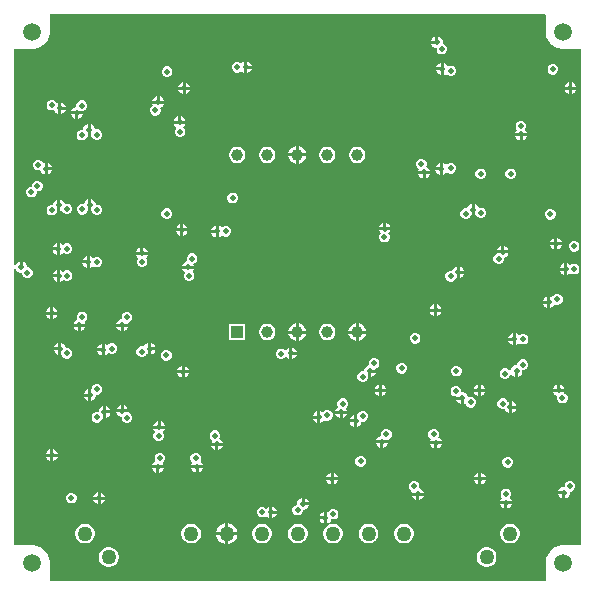
<source format=gbr>
G04*
G04 #@! TF.GenerationSoftware,Altium Limited,Altium Designer,23.8.1 (32)*
G04*
G04 Layer_Physical_Order=2*
G04 Layer_Color=16440176*
%FSLAX44Y44*%
%MOMM*%
G71*
G04*
G04 #@! TF.SameCoordinates,4E8033DB-9698-49A7-8747-1B8CF0FAEC2F*
G04*
G04*
G04 #@! TF.FilePolarity,Positive*
G04*
G01*
G75*
%ADD18C,1.0000*%
%ADD19R,1.0000X1.0000*%
%ADD20C,1.5000*%
%ADD21C,0.5000*%
%ADD22C,1.2700*%
G36*
X459107Y489998D02*
X460005Y489100D01*
X459988Y474982D01*
X460060Y473518D01*
X460631Y470647D01*
X461751Y467943D01*
X463377Y465509D01*
X465447Y463439D01*
X467881Y461813D01*
X470586Y460692D01*
X473456Y460121D01*
X474920Y460050D01*
X474980D01*
X489984Y460008D01*
X489953Y40911D01*
X489054Y40014D01*
X474971Y40039D01*
Y39994D01*
X473505Y39922D01*
X470628Y39350D01*
X467919Y38227D01*
X465480Y36598D01*
X463406Y34524D01*
X461777Y32085D01*
X460655Y29376D01*
X460083Y26500D01*
X460010Y25033D01*
X460012Y10890D01*
X459114Y9992D01*
X40026Y10050D01*
X40012Y24984D01*
Y25037D01*
X39940Y26506D01*
X39367Y29388D01*
X38242Y32104D01*
X36609Y34547D01*
X34532Y36625D01*
X32088Y38258D01*
X29373Y39382D01*
X26491Y39955D01*
X25022Y40028D01*
X10901Y40024D01*
X10003Y40922D01*
X10004Y273855D01*
X11274Y274107D01*
X11784Y272876D01*
X13202Y271458D01*
X15055Y270691D01*
X16769D01*
Y270011D01*
X17454Y268357D01*
X18720Y267091D01*
X20374Y266406D01*
X22164D01*
X23818Y267091D01*
X25084Y268357D01*
X25769Y270011D01*
Y271801D01*
X25084Y273455D01*
X23818Y274721D01*
X22164Y275406D01*
X21097D01*
Y276733D01*
X20330Y278586D01*
X18912Y280004D01*
X17327Y280660D01*
Y275731D01*
X14787D01*
Y280660D01*
X13202Y280004D01*
X11784Y278586D01*
X11274Y277355D01*
X10004Y277607D01*
X10006Y459975D01*
X24998Y460052D01*
X26467Y460125D01*
X29348Y460698D01*
X32062Y461822D01*
X34505Y463454D01*
X36582Y465531D01*
X38214Y467974D01*
X39338Y470687D01*
X39911Y473569D01*
X39983Y475037D01*
X39991D01*
X40062Y490007D01*
X40063D01*
X459107Y489998D01*
D02*
G37*
%LPC*%
G36*
X366444Y470789D02*
X364859Y470133D01*
X363441Y468715D01*
X362785Y467130D01*
X366444D01*
Y470789D01*
D02*
G37*
G36*
X368984D02*
Y465860D01*
X367714D01*
Y464590D01*
X362785D01*
X363441Y463005D01*
X364859Y461588D01*
X366712Y460820D01*
X367676D01*
Y459365D01*
X368361Y457711D01*
X369627Y456445D01*
X371281Y455760D01*
X373071D01*
X374725Y456445D01*
X375991Y457711D01*
X376676Y459365D01*
Y461155D01*
X375991Y462809D01*
X374725Y464075D01*
X373071Y464760D01*
X373008D01*
X372754Y464858D01*
Y466863D01*
X371987Y468715D01*
X370569Y470133D01*
X368984Y470789D01*
D02*
G37*
G36*
X204824Y449639D02*
X203239Y448983D01*
X202149Y447892D01*
X201389Y448652D01*
X199735Y449337D01*
X197945D01*
X196291Y448652D01*
X195025Y447386D01*
X194340Y445732D01*
Y443942D01*
X195025Y442288D01*
X196291Y441022D01*
X197945Y440337D01*
X199735D01*
X201389Y441022D01*
X202021Y441655D01*
X203239Y440437D01*
X204824Y439781D01*
Y444710D01*
Y449639D01*
D02*
G37*
G36*
X207364D02*
Y445980D01*
X211023D01*
X210366Y447565D01*
X208949Y448983D01*
X207364Y449639D01*
D02*
G37*
G36*
X371177Y448417D02*
X369592Y447761D01*
X368174Y446343D01*
X367517Y444758D01*
X371177D01*
Y448417D01*
D02*
G37*
G36*
X211023Y443440D02*
X207364D01*
Y439781D01*
X208949Y440437D01*
X210366Y441855D01*
X211023Y443440D01*
D02*
G37*
G36*
X466999Y447587D02*
X465209D01*
X463555Y446902D01*
X462289Y445636D01*
X461604Y443982D01*
Y442192D01*
X462289Y440538D01*
X463555Y439272D01*
X465209Y438587D01*
X466999D01*
X468653Y439272D01*
X469919Y440538D01*
X470604Y442192D01*
Y443982D01*
X469919Y445636D01*
X468653Y446902D01*
X466999Y447587D01*
D02*
G37*
G36*
X371177Y442218D02*
X367517D01*
X368174Y440633D01*
X369592Y439215D01*
X371177Y438559D01*
Y442218D01*
D02*
G37*
G36*
X373717Y448417D02*
Y443488D01*
Y438559D01*
X374541Y438900D01*
X375449Y439131D01*
X376442Y438559D01*
X377051Y437950D01*
X378705Y437265D01*
X380495D01*
X382149Y437950D01*
X383415Y439216D01*
X384100Y440870D01*
Y442660D01*
X383415Y444314D01*
X382149Y445580D01*
X380495Y446265D01*
X378705D01*
X377051Y445580D01*
X377034Y445583D01*
X376719Y446343D01*
X375302Y447761D01*
X373717Y448417D01*
D02*
G37*
G36*
X140344Y445696D02*
X138554D01*
X136900Y445011D01*
X135634Y443745D01*
X134949Y442091D01*
Y440301D01*
X135634Y438647D01*
X136900Y437381D01*
X138554Y436696D01*
X140344D01*
X141998Y437381D01*
X143264Y438647D01*
X143949Y440301D01*
Y442091D01*
X143264Y443745D01*
X141998Y445011D01*
X140344Y445696D01*
D02*
G37*
G36*
X482184Y432049D02*
Y428390D01*
X485843D01*
X485187Y429975D01*
X483769Y431393D01*
X482184Y432049D01*
D02*
G37*
G36*
X479644D02*
X478059Y431393D01*
X476641Y429975D01*
X475985Y428390D01*
X479644D01*
Y432049D01*
D02*
G37*
G36*
X155125D02*
Y428390D01*
X158784D01*
X158127Y429975D01*
X156710Y431393D01*
X155125Y432049D01*
D02*
G37*
G36*
X152585D02*
X151000Y431393D01*
X149582Y429975D01*
X148926Y428390D01*
X152585D01*
Y432049D01*
D02*
G37*
G36*
X485843Y425850D02*
X482184D01*
Y422191D01*
X483769Y422847D01*
X485187Y424265D01*
X485843Y425850D01*
D02*
G37*
G36*
X479644D02*
X475985D01*
X476641Y424265D01*
X478059Y422847D01*
X479644Y422191D01*
Y425850D01*
D02*
G37*
G36*
X158784D02*
X155125D01*
Y422191D01*
X156710Y422847D01*
X158127Y424265D01*
X158784Y425850D01*
D02*
G37*
G36*
X152585D02*
X148926D01*
X149582Y424265D01*
X151000Y422847D01*
X152585Y422191D01*
Y425850D01*
D02*
G37*
G36*
X133197Y420064D02*
Y416404D01*
X136856D01*
X136200Y417989D01*
X134782Y419407D01*
X133197Y420064D01*
D02*
G37*
G36*
X130657D02*
X129072Y419407D01*
X127655Y417989D01*
X126998Y416404D01*
X130657D01*
Y420064D01*
D02*
G37*
G36*
X49862Y414890D02*
Y411231D01*
X53521D01*
X52865Y412816D01*
X51447Y414233D01*
X49862Y414890D01*
D02*
G37*
G36*
X67951Y416918D02*
X66161D01*
X64507Y416233D01*
X63241Y414967D01*
X62556Y413313D01*
Y411523D01*
X62424Y411325D01*
X62078D01*
X60225Y410558D01*
X58808Y409140D01*
X58151Y407555D01*
X68349D01*
X69046Y408371D01*
X69605Y408603D01*
X70871Y409869D01*
X71556Y411523D01*
Y413313D01*
X70871Y414967D01*
X69605Y416233D01*
X67951Y416918D01*
D02*
G37*
G36*
X53521Y408691D02*
X49862D01*
Y405032D01*
X51447Y405688D01*
X52865Y407106D01*
X53521Y408691D01*
D02*
G37*
G36*
X42795Y417290D02*
X41005D01*
X39351Y416605D01*
X38085Y415340D01*
X37400Y413686D01*
Y411895D01*
X38085Y410242D01*
X39351Y408976D01*
X41005Y408290D01*
X42795D01*
X43677Y408656D01*
X44320Y407106D01*
X45737Y405688D01*
X47322Y405032D01*
Y409961D01*
Y414890D01*
X46109Y414388D01*
X45715Y415340D01*
X44449Y416605D01*
X42795Y417290D01*
D02*
G37*
G36*
X136856Y413865D02*
X126998D01*
X127606Y412398D01*
X126900Y412106D01*
X125634Y410840D01*
X124949Y409186D01*
Y407396D01*
X125634Y405742D01*
X126900Y404476D01*
X128554Y403791D01*
X130344D01*
X131998Y404476D01*
X133264Y405742D01*
X133949Y407396D01*
Y409186D01*
X133478Y410322D01*
X134782Y410862D01*
X136200Y412280D01*
X136856Y413865D01*
D02*
G37*
G36*
X68010Y405015D02*
X64350D01*
Y401356D01*
X65935Y402013D01*
X67353Y403430D01*
X68010Y405015D01*
D02*
G37*
G36*
X61810D02*
X58151D01*
X58808Y403430D01*
X60225Y402013D01*
X61810Y401356D01*
Y405015D01*
D02*
G37*
G36*
X151252Y403371D02*
Y399712D01*
X154911D01*
X154255Y401297D01*
X152837Y402714D01*
X151252Y403371D01*
D02*
G37*
G36*
X148712D02*
X147127Y402714D01*
X145709Y401297D01*
X145053Y399712D01*
X148712D01*
Y403371D01*
D02*
G37*
G36*
X439993Y399488D02*
X438203D01*
X436549Y398802D01*
X435283Y397537D01*
X434598Y395883D01*
Y394092D01*
X435283Y392439D01*
X435954Y391768D01*
X434953Y390767D01*
X434297Y389182D01*
X444155D01*
X443499Y390767D01*
X442370Y391895D01*
X442913Y392439D01*
X443598Y394092D01*
Y395883D01*
X442913Y397537D01*
X441647Y398802D01*
X439993Y399488D01*
D02*
G37*
G36*
X154911Y397172D02*
X145053D01*
X145709Y395587D01*
X147127Y394169D01*
X147313Y393231D01*
X146700Y392618D01*
X146015Y390964D01*
Y389174D01*
X146700Y387520D01*
X147966Y386254D01*
X149620Y385569D01*
X151410D01*
X153064Y386254D01*
X154330Y387520D01*
X155015Y389174D01*
Y390964D01*
X154330Y392618D01*
X153638Y393310D01*
X153078Y393910D01*
X153638Y394970D01*
X154255Y395587D01*
X154911Y397172D01*
D02*
G37*
G36*
X74917Y396750D02*
Y391820D01*
Y386572D01*
X75803Y385884D01*
X76132Y385089D01*
X77398Y383824D01*
X79052Y383139D01*
X80842D01*
X82496Y383824D01*
X83762Y385089D01*
X84447Y386743D01*
Y388534D01*
X83762Y390188D01*
X82496Y391453D01*
X80842Y392138D01*
X79052D01*
X78687Y392382D01*
Y392823D01*
X77920Y394675D01*
X76502Y396093D01*
X74917Y396750D01*
D02*
G37*
G36*
X444155Y386642D02*
X440496D01*
Y382983D01*
X442081Y383639D01*
X443499Y385057D01*
X444155Y386642D01*
D02*
G37*
G36*
X437956D02*
X434297D01*
X434953Y385057D01*
X436371Y383639D01*
X437956Y382983D01*
Y386642D01*
D02*
G37*
G36*
X72377Y396750D02*
X70792Y396093D01*
X69374Y394675D01*
X68607Y392823D01*
Y392199D01*
X68195Y391924D01*
X66405D01*
X64751Y391239D01*
X63485Y389973D01*
X62800Y388319D01*
Y386529D01*
X63485Y384875D01*
X64751Y383609D01*
X66405Y382924D01*
X68195D01*
X69849Y383609D01*
X71115Y384875D01*
X71527Y385869D01*
X72377Y386562D01*
Y391820D01*
Y396750D01*
D02*
G37*
G36*
X250910Y378106D02*
Y371910D01*
X257106D01*
X256666Y373550D01*
X255674Y375270D01*
X254270Y376674D01*
X252550Y377666D01*
X250910Y378106D01*
D02*
G37*
G36*
X248370D02*
X246730Y377666D01*
X245010Y376674D01*
X243606Y375270D01*
X242614Y373550D01*
X242174Y371910D01*
X248370D01*
Y378106D01*
D02*
G37*
G36*
X301362Y377640D02*
X299519D01*
X297738Y377163D01*
X296142Y376241D01*
X294839Y374938D01*
X293917Y373342D01*
X293440Y371562D01*
Y369719D01*
X293917Y367938D01*
X294839Y366342D01*
X296142Y365039D01*
X297738Y364117D01*
X299519Y363640D01*
X301362D01*
X303142Y364117D01*
X304738Y365039D01*
X306041Y366342D01*
X306963Y367938D01*
X307440Y369719D01*
Y371562D01*
X306963Y373342D01*
X306041Y374938D01*
X304738Y376241D01*
X303142Y377163D01*
X301362Y377640D01*
D02*
G37*
G36*
X275962D02*
X274118D01*
X272338Y377163D01*
X270742Y376241D01*
X269439Y374938D01*
X268517Y373342D01*
X268040Y371562D01*
Y369719D01*
X268517Y367938D01*
X269439Y366342D01*
X270742Y365039D01*
X272338Y364117D01*
X274118Y363640D01*
X275962D01*
X277742Y364117D01*
X279338Y365039D01*
X280641Y366342D01*
X281563Y367938D01*
X282040Y369719D01*
Y371562D01*
X281563Y373342D01*
X280641Y374938D01*
X279338Y376241D01*
X277742Y377163D01*
X275962Y377640D01*
D02*
G37*
G36*
X225162D02*
X223319D01*
X221538Y377163D01*
X219942Y376241D01*
X218639Y374938D01*
X217717Y373342D01*
X217240Y371562D01*
Y369719D01*
X217717Y367938D01*
X218639Y366342D01*
X219942Y365039D01*
X221538Y364117D01*
X223319Y363640D01*
X225162D01*
X226942Y364117D01*
X228538Y365039D01*
X229841Y366342D01*
X230763Y367938D01*
X231240Y369719D01*
Y371562D01*
X230763Y373342D01*
X229841Y374938D01*
X228538Y376241D01*
X226942Y377163D01*
X225162Y377640D01*
D02*
G37*
G36*
X199762D02*
X197918D01*
X196138Y377163D01*
X194542Y376241D01*
X193239Y374938D01*
X192317Y373342D01*
X191840Y371562D01*
Y369719D01*
X192317Y367938D01*
X193239Y366342D01*
X194542Y365039D01*
X196138Y364117D01*
X197918Y363640D01*
X199762D01*
X201542Y364117D01*
X203138Y365039D01*
X204441Y366342D01*
X205363Y367938D01*
X205840Y369719D01*
Y371562D01*
X205363Y373342D01*
X204441Y374938D01*
X203138Y376241D01*
X201542Y377163D01*
X199762Y377640D01*
D02*
G37*
G36*
X257106Y369370D02*
X250910D01*
Y363174D01*
X252550Y363614D01*
X254270Y364607D01*
X255674Y366010D01*
X256666Y367730D01*
X257106Y369370D01*
D02*
G37*
G36*
X248370D02*
X242174D01*
X242614Y367730D01*
X243606Y366010D01*
X245010Y364607D01*
X246730Y363614D01*
X248370Y363174D01*
Y369370D01*
D02*
G37*
G36*
X380495Y363782D02*
X378705D01*
X377051Y363097D01*
X376599Y362645D01*
X374838Y362610D01*
X374408Y363040D01*
X372823Y363697D01*
Y358768D01*
Y353838D01*
X374408Y354495D01*
X375826Y355913D01*
X376476Y356042D01*
X377051Y355467D01*
X378705Y354782D01*
X380495D01*
X382149Y355467D01*
X383415Y356732D01*
X384100Y358386D01*
Y360177D01*
X383415Y361831D01*
X382149Y363097D01*
X380495Y363782D01*
D02*
G37*
G36*
X38551Y363928D02*
Y360269D01*
X42211D01*
X41554Y361853D01*
X40136Y363271D01*
X38551Y363928D01*
D02*
G37*
G36*
X370283Y363697D02*
X368698Y363040D01*
X367280Y361622D01*
X366624Y360037D01*
X370283D01*
Y363697D01*
D02*
G37*
G36*
X355734Y367095D02*
X353944D01*
X352290Y366410D01*
X351024Y365144D01*
X350339Y363490D01*
Y361700D01*
X351024Y360046D01*
X352290Y358780D01*
X352796Y358570D01*
X352149Y357007D01*
X362007D01*
X361351Y358591D01*
X359933Y360009D01*
X358829Y360467D01*
X359339Y361700D01*
Y363490D01*
X358654Y365144D01*
X357388Y366410D01*
X355734Y367095D01*
D02*
G37*
G36*
X42211Y357729D02*
X38551D01*
Y354069D01*
X40136Y354726D01*
X41554Y356144D01*
X42211Y357729D01*
D02*
G37*
G36*
X31256Y366519D02*
X29466D01*
X27812Y365834D01*
X26546Y364568D01*
X25861Y362914D01*
Y361124D01*
X26546Y359470D01*
X27812Y358204D01*
X29466Y357519D01*
X31256D01*
X32266Y357937D01*
X33009Y356144D01*
X34427Y354726D01*
X36011Y354069D01*
Y358999D01*
Y363928D01*
X34671Y363373D01*
X34176Y364568D01*
X32910Y365834D01*
X31256Y366519D01*
D02*
G37*
G36*
X370283Y357497D02*
X366624D01*
X367280Y355913D01*
X368698Y354495D01*
X370283Y353838D01*
Y357497D01*
D02*
G37*
G36*
X362007Y354467D02*
X358348D01*
Y350807D01*
X359933Y351464D01*
X361351Y352882D01*
X362007Y354467D01*
D02*
G37*
G36*
X355808D02*
X352149D01*
X352805Y352882D01*
X354223Y351464D01*
X355808Y350807D01*
Y354467D01*
D02*
G37*
G36*
X431295Y358999D02*
X429505D01*
X427851Y358314D01*
X426585Y357048D01*
X425900Y355394D01*
Y353604D01*
X426585Y351950D01*
X427851Y350684D01*
X429505Y349999D01*
X431295D01*
X432949Y350684D01*
X434215Y351950D01*
X434900Y353604D01*
Y355394D01*
X434215Y357048D01*
X432949Y358314D01*
X431295Y358999D01*
D02*
G37*
G36*
X405895Y358965D02*
X404105D01*
X402451Y358279D01*
X401185Y357014D01*
X400500Y355360D01*
Y353569D01*
X401185Y351916D01*
X402451Y350650D01*
X404105Y349965D01*
X405895D01*
X407549Y350650D01*
X408815Y351916D01*
X409500Y353569D01*
Y355360D01*
X408815Y357014D01*
X407549Y358279D01*
X405895Y358965D01*
D02*
G37*
G36*
X30606Y348672D02*
X28816D01*
X27162Y347986D01*
X25896Y346721D01*
X25211Y345067D01*
Y343543D01*
X23516D01*
X21862Y342858D01*
X20596Y341592D01*
X19911Y339938D01*
Y338148D01*
X20596Y336494D01*
X21862Y335228D01*
X23516Y334543D01*
X25306D01*
X26960Y335228D01*
X28226Y336494D01*
X28911Y338148D01*
Y339672D01*
X30606D01*
X32260Y340357D01*
X33526Y341623D01*
X34211Y343276D01*
Y345067D01*
X33526Y346721D01*
X32260Y347986D01*
X30606Y348672D01*
D02*
G37*
G36*
X195833Y338610D02*
X194042D01*
X192388Y337925D01*
X191122Y336659D01*
X190437Y335005D01*
Y333215D01*
X191122Y331561D01*
X192388Y330295D01*
X194042Y329610D01*
X195833D01*
X197486Y330295D01*
X198752Y331561D01*
X199437Y333215D01*
Y335005D01*
X198752Y336659D01*
X197486Y337925D01*
X195833Y338610D01*
D02*
G37*
G36*
X72810Y332906D02*
X71225Y332250D01*
X69807Y330832D01*
X69040Y328980D01*
X68827Y328837D01*
X68472Y328984D01*
X66682D01*
X65028Y328299D01*
X63762Y327033D01*
X63077Y325379D01*
Y323589D01*
X63762Y321935D01*
X65028Y320669D01*
X66682Y319984D01*
X68472D01*
X70126Y320669D01*
X71392Y321935D01*
X71993Y323386D01*
X72810Y323048D01*
Y327977D01*
Y332906D01*
D02*
G37*
G36*
X397294Y329286D02*
X395709Y328629D01*
X394291Y327211D01*
X393523Y325359D01*
X393396Y325273D01*
X393239Y325338D01*
X391449D01*
X389795Y324653D01*
X388529Y323387D01*
X387844Y321733D01*
Y319943D01*
X388529Y318289D01*
X389795Y317023D01*
X391449Y316338D01*
X393239D01*
X394893Y317023D01*
X396159Y318289D01*
X396728Y319662D01*
X397294Y319427D01*
Y324356D01*
Y329286D01*
D02*
G37*
G36*
X49210Y332806D02*
Y327877D01*
Y322948D01*
X50322Y323408D01*
X50785Y322290D01*
X52051Y321024D01*
X53705Y320339D01*
X55495D01*
X57149Y321024D01*
X58415Y322290D01*
X59100Y323944D01*
Y325734D01*
X58415Y327388D01*
X57149Y328654D01*
X55495Y329339D01*
X53705D01*
X52924Y329015D01*
X52213Y330732D01*
X50795Y332150D01*
X49210Y332806D01*
D02*
G37*
G36*
X75350Y332906D02*
Y327977D01*
Y323048D01*
X75502Y323111D01*
X76185Y321461D01*
X77451Y320195D01*
X79105Y319510D01*
X80895D01*
X82549Y320195D01*
X83815Y321461D01*
X84500Y323115D01*
Y324905D01*
X83815Y326559D01*
X82549Y327825D01*
X80895Y328510D01*
X79120D01*
Y328980D01*
X78353Y330832D01*
X76935Y332250D01*
X75350Y332906D01*
D02*
G37*
G36*
X46670Y332806D02*
X45085Y332150D01*
X43667Y330732D01*
X42900Y328880D01*
Y328484D01*
X42795Y328414D01*
X41005D01*
X39351Y327729D01*
X38085Y326463D01*
X37400Y324809D01*
Y323019D01*
X38085Y321365D01*
X39351Y320099D01*
X41005Y319414D01*
X42795D01*
X44449Y320099D01*
X45715Y321365D01*
X45929Y321880D01*
X46670Y322584D01*
Y327877D01*
Y332806D01*
D02*
G37*
G36*
X399833Y329286D02*
Y324356D01*
Y319427D01*
X400832Y319841D01*
X401185Y318988D01*
X402451Y317722D01*
X404105Y317037D01*
X405895D01*
X407549Y317722D01*
X408815Y318988D01*
X409500Y320641D01*
Y322432D01*
X408815Y324086D01*
X407549Y325351D01*
X405895Y326036D01*
X404105D01*
X403437Y325760D01*
X402836Y327211D01*
X401418Y328629D01*
X399833Y329286D01*
D02*
G37*
G36*
X139981Y325443D02*
X138191D01*
X136537Y324758D01*
X135271Y323493D01*
X134586Y321838D01*
Y320048D01*
X135271Y318394D01*
X136537Y317129D01*
X138191Y316443D01*
X139981D01*
X141635Y317129D01*
X142901Y318394D01*
X143586Y320048D01*
Y321838D01*
X142901Y323493D01*
X141635Y324758D01*
X139981Y325443D01*
D02*
G37*
G36*
X464857Y324746D02*
X463067D01*
X461413Y324061D01*
X460147Y322795D01*
X459462Y321141D01*
Y319350D01*
X460147Y317697D01*
X461413Y316431D01*
X463067Y315746D01*
X464857D01*
X466511Y316431D01*
X467777Y317697D01*
X468462Y319350D01*
Y321141D01*
X467777Y322795D01*
X466511Y324061D01*
X464857Y324746D01*
D02*
G37*
G36*
X324865Y313019D02*
Y309360D01*
X328525D01*
X327868Y310945D01*
X326451Y312362D01*
X324865Y313019D01*
D02*
G37*
G36*
X322326D02*
X320741Y312362D01*
X319323Y310945D01*
X318666Y309360D01*
X322326D01*
Y313019D01*
D02*
G37*
G36*
X153005Y312049D02*
Y308390D01*
X156664D01*
X156008Y309975D01*
X154590Y311393D01*
X153005Y312049D01*
D02*
G37*
G36*
X150465D02*
X148880Y311393D01*
X147463Y309975D01*
X146806Y308390D01*
X150465D01*
Y312049D01*
D02*
G37*
G36*
X180624Y310689D02*
X179039Y310033D01*
X177621Y308615D01*
X176964Y307030D01*
X180624D01*
Y310689D01*
D02*
G37*
G36*
X156664Y305850D02*
X153005D01*
Y302191D01*
X154590Y302847D01*
X156008Y304265D01*
X156664Y305850D01*
D02*
G37*
G36*
X150465D02*
X146806D01*
X147463Y304265D01*
X148880Y302847D01*
X150465Y302191D01*
Y305850D01*
D02*
G37*
G36*
X183164Y310689D02*
Y305760D01*
Y300831D01*
X184748Y301487D01*
X185949Y302687D01*
X186451Y302185D01*
X188105Y301500D01*
X189895D01*
X191549Y302185D01*
X192815Y303451D01*
X193500Y305105D01*
Y306895D01*
X192815Y308549D01*
X191549Y309815D01*
X189895Y310500D01*
X188105D01*
X186451Y309815D01*
X185709Y309073D01*
X184748Y310033D01*
X183164Y310689D01*
D02*
G37*
G36*
X180624Y304490D02*
X176964D01*
X177621Y302905D01*
X179039Y301487D01*
X180624Y300831D01*
Y304490D01*
D02*
G37*
G36*
X469993Y300381D02*
Y296722D01*
X473652D01*
X472996Y298307D01*
X471578Y299724D01*
X469993Y300381D01*
D02*
G37*
G36*
X467453D02*
X465868Y299724D01*
X464450Y298307D01*
X463794Y296722D01*
X467453D01*
Y300381D01*
D02*
G37*
G36*
X328525Y306820D02*
X318666D01*
X319323Y305235D01*
X320298Y304260D01*
X319643Y303605D01*
X318958Y301951D01*
Y300160D01*
X319643Y298507D01*
X320909Y297241D01*
X322563Y296556D01*
X324353D01*
X326007Y297241D01*
X327272Y298507D01*
X327958Y300160D01*
Y301951D01*
X327272Y303605D01*
X326755Y304122D01*
X327868Y305235D01*
X328525Y306820D01*
D02*
G37*
G36*
X46214Y295880D02*
X44629Y295223D01*
X43211Y293806D01*
X42555Y292221D01*
X46214D01*
Y295880D01*
D02*
G37*
G36*
X473652Y294182D02*
X469993D01*
Y290522D01*
X471578Y291179D01*
X472996Y292597D01*
X473652Y294182D01*
D02*
G37*
G36*
X467453D02*
X463794D01*
X464450Y292597D01*
X465868Y291179D01*
X467453Y290522D01*
Y294182D01*
D02*
G37*
G36*
X424826Y293611D02*
Y289952D01*
X428485D01*
X427829Y291537D01*
X426411Y292955D01*
X424826Y293611D01*
D02*
G37*
G36*
X422286D02*
X420701Y292955D01*
X419284Y291537D01*
X418627Y289952D01*
X422286D01*
Y293611D01*
D02*
G37*
G36*
X484930Y297634D02*
X483140D01*
X481486Y296949D01*
X480220Y295683D01*
X479535Y294029D01*
Y292239D01*
X480220Y290585D01*
X481486Y289319D01*
X483140Y288634D01*
X484930D01*
X486584Y289319D01*
X487850Y290585D01*
X488535Y292239D01*
Y294029D01*
X487850Y295683D01*
X486584Y296949D01*
X484930Y297634D01*
D02*
G37*
G36*
X119286Y292198D02*
Y288539D01*
X122945D01*
X122289Y290124D01*
X120871Y291542D01*
X119286Y292198D01*
D02*
G37*
G36*
X116746D02*
X115161Y291542D01*
X113743Y290124D01*
X113087Y288539D01*
X116746D01*
Y292198D01*
D02*
G37*
G36*
X48754Y295880D02*
Y290951D01*
Y286021D01*
X50339Y286678D01*
X51600Y287939D01*
X52051Y287488D01*
X53705Y286803D01*
X55495D01*
X57149Y287488D01*
X58415Y288754D01*
X59100Y290408D01*
Y292198D01*
X58415Y293852D01*
X57149Y295118D01*
X55495Y295803D01*
X53705D01*
X52051Y295118D01*
X51248Y294315D01*
X50339Y295223D01*
X48754Y295880D01*
D02*
G37*
G36*
X46214Y289681D02*
X42555D01*
X43211Y288096D01*
X44629Y286678D01*
X46214Y286021D01*
Y289681D01*
D02*
G37*
G36*
X71422Y284910D02*
X69837Y284254D01*
X68419Y282836D01*
X67762Y281251D01*
X71422D01*
Y284910D01*
D02*
G37*
G36*
X428485Y287412D02*
X418627D01*
X418876Y286810D01*
X417668Y286309D01*
X416402Y285044D01*
X415717Y283390D01*
Y281599D01*
X416402Y279945D01*
X417668Y278680D01*
X419322Y277994D01*
X421112D01*
X422766Y278680D01*
X424032Y279945D01*
X424717Y281599D01*
Y283390D01*
X424604Y283661D01*
X426411Y284409D01*
X427829Y285827D01*
X428485Y287412D01*
D02*
G37*
G36*
X161459Y287204D02*
X159669D01*
X158015Y286518D01*
X156749Y285252D01*
X156064Y283599D01*
Y281808D01*
X156391Y281019D01*
X156190Y280719D01*
X154338Y279952D01*
X152920Y278534D01*
X152264Y276949D01*
X162122D01*
X161581Y278254D01*
X163113Y278889D01*
X164379Y280154D01*
X165064Y281808D01*
Y283599D01*
X164379Y285252D01*
X163113Y286518D01*
X161459Y287204D01*
D02*
G37*
G36*
X122945Y285999D02*
X113087D01*
X113743Y284414D01*
X114963Y283195D01*
X114525Y282757D01*
X113840Y281103D01*
Y279313D01*
X114525Y277659D01*
X115791Y276393D01*
X117445Y275708D01*
X119235D01*
X120889Y276393D01*
X122155Y277659D01*
X122840Y279313D01*
Y281103D01*
X122155Y282757D01*
X121393Y283519D01*
X122289Y284414D01*
X122945Y285999D01*
D02*
G37*
G36*
X73962Y284910D02*
Y279981D01*
Y275052D01*
X75546Y275708D01*
X76621Y276783D01*
X77413Y275991D01*
X79067Y275306D01*
X80858D01*
X82512Y275991D01*
X83777Y277257D01*
X84462Y278911D01*
Y280701D01*
X83777Y282355D01*
X82512Y283621D01*
X80858Y284306D01*
X79067D01*
X77413Y283621D01*
X76796Y283004D01*
X75546Y284254D01*
X73962Y284910D01*
D02*
G37*
G36*
X71422Y278711D02*
X67762D01*
X68419Y277126D01*
X69837Y275708D01*
X71422Y275052D01*
Y278711D01*
D02*
G37*
G36*
X475689Y278679D02*
X474104Y278022D01*
X472686Y276604D01*
X472029Y275019D01*
X475689D01*
Y278679D01*
D02*
G37*
G36*
X387204Y276034D02*
Y272375D01*
X390863D01*
X390207Y273960D01*
X388789Y275378D01*
X387204Y276034D01*
D02*
G37*
G36*
X384664D02*
X383079Y275378D01*
X381661Y273960D01*
X380894Y272107D01*
X380824Y272061D01*
X380495Y272197D01*
X378705D01*
X377051Y271512D01*
X375785Y270246D01*
X375100Y268592D01*
Y266802D01*
X375785Y265148D01*
X377051Y263882D01*
X378705Y263197D01*
X380495D01*
X382149Y263882D01*
X383415Y265148D01*
X383961Y266467D01*
X384664Y266176D01*
Y271105D01*
Y276034D01*
D02*
G37*
G36*
X46330Y273240D02*
X44745Y272583D01*
X43328Y271165D01*
X42671Y269580D01*
X46330D01*
Y273240D01*
D02*
G37*
G36*
X478229Y278679D02*
Y273750D01*
Y268820D01*
X479814Y269477D01*
X480986Y270650D01*
X481451Y270185D01*
X483105Y269500D01*
X484895D01*
X486549Y270185D01*
X487815Y271451D01*
X488500Y273105D01*
Y274895D01*
X487815Y276549D01*
X486549Y277815D01*
X484895Y278500D01*
X483105D01*
X481451Y277815D01*
X480736Y277100D01*
X479814Y278022D01*
X478229Y278679D01*
D02*
G37*
G36*
X475689Y272479D02*
X472029D01*
X472686Y270895D01*
X474104Y269477D01*
X475689Y268820D01*
Y272479D01*
D02*
G37*
G36*
X390863Y269835D02*
X387204D01*
Y266176D01*
X388789Y266832D01*
X390207Y268250D01*
X390863Y269835D01*
D02*
G37*
G36*
X48870Y273240D02*
Y268311D01*
Y263381D01*
X50455Y264038D01*
X51513Y265096D01*
X52170Y264439D01*
X53824Y263754D01*
X55614D01*
X57268Y264439D01*
X58534Y265705D01*
X59219Y267359D01*
Y269149D01*
X58534Y270803D01*
X57268Y272069D01*
X55614Y272754D01*
X53824D01*
X52170Y272069D01*
X51570Y271469D01*
X50455Y272583D01*
X48870Y273240D01*
D02*
G37*
G36*
X162122Y274409D02*
X152264D01*
X152920Y272824D01*
X154338Y271406D01*
X154441Y270889D01*
X154338Y270786D01*
X153653Y269132D01*
Y267342D01*
X154338Y265688D01*
X155604Y264422D01*
X157258Y263737D01*
X159048D01*
X160702Y264422D01*
X161968Y265688D01*
X162653Y267342D01*
Y269132D01*
X161968Y270786D01*
X161547Y271207D01*
X161466Y272824D01*
X161502Y272912D01*
X162122Y274409D01*
D02*
G37*
G36*
X46330Y267041D02*
X42671D01*
X43328Y265455D01*
X44745Y264038D01*
X46330Y263381D01*
Y267041D01*
D02*
G37*
G36*
X470855Y252685D02*
X469065D01*
X467411Y252000D01*
X466145Y250734D01*
X464600Y250323D01*
X463786Y250660D01*
Y245730D01*
Y240801D01*
X465371Y241458D01*
X466789Y242876D01*
X467408Y244370D01*
X467411Y244370D01*
X469065Y243685D01*
X470855D01*
X472509Y244370D01*
X473775Y245636D01*
X474460Y247290D01*
Y249081D01*
X473775Y250734D01*
X472509Y252000D01*
X470855Y252685D01*
D02*
G37*
G36*
X461246Y250660D02*
X459661Y250003D01*
X458243Y248585D01*
X457587Y247001D01*
X461246D01*
Y250660D01*
D02*
G37*
G36*
Y244461D02*
X457587D01*
X458243Y242876D01*
X459661Y241458D01*
X461246Y240801D01*
Y244461D01*
D02*
G37*
G36*
X368027Y244145D02*
Y240486D01*
X371686D01*
X371030Y242071D01*
X369612Y243488D01*
X368027Y244145D01*
D02*
G37*
G36*
X365487D02*
X363902Y243488D01*
X362484Y242071D01*
X361828Y240486D01*
X365487D01*
Y244145D01*
D02*
G37*
G36*
X42997Y241557D02*
Y237898D01*
X46656D01*
X46000Y239483D01*
X44582Y240900D01*
X42997Y241557D01*
D02*
G37*
G36*
X40457D02*
X38872Y240900D01*
X37455Y239483D01*
X36798Y237898D01*
X40457D01*
Y241557D01*
D02*
G37*
G36*
X371686Y237946D02*
X368027D01*
Y234286D01*
X369612Y234943D01*
X371030Y236361D01*
X371686Y237946D01*
D02*
G37*
G36*
X365487D02*
X361828D01*
X362484Y236361D01*
X363902Y234943D01*
X365487Y234286D01*
Y237946D01*
D02*
G37*
G36*
X46656Y235358D02*
X42997D01*
Y231698D01*
X44582Y232355D01*
X46000Y233773D01*
X46656Y235358D01*
D02*
G37*
G36*
X40457D02*
X36798D01*
X37455Y233773D01*
X38872Y232355D01*
X40457Y231698D01*
Y235358D01*
D02*
G37*
G36*
X106295Y237453D02*
X104505D01*
X102851Y236768D01*
X101585Y235502D01*
X100900Y233848D01*
Y232058D01*
X100514Y231480D01*
X100427D01*
X98574Y230713D01*
X97156Y229295D01*
X96500Y227710D01*
X106619D01*
X107260Y228853D01*
X107949Y229138D01*
X109215Y230404D01*
X109900Y232058D01*
Y233848D01*
X109215Y235502D01*
X107949Y236768D01*
X106295Y237453D01*
D02*
G37*
G36*
X68345Y237897D02*
X66555D01*
X64901Y237212D01*
X63636Y235947D01*
X62950Y234293D01*
Y232502D01*
X63501Y231173D01*
X62318Y230683D01*
X60900Y229265D01*
X60244Y227680D01*
X70102D01*
X69900Y228167D01*
X69999Y229583D01*
X71265Y230849D01*
X71950Y232502D01*
Y234293D01*
X71265Y235947D01*
X69999Y237212D01*
X68345Y237897D01*
D02*
G37*
G36*
X301710Y228106D02*
Y221910D01*
X307906D01*
X307466Y223550D01*
X306474Y225270D01*
X305070Y226674D01*
X303350Y227666D01*
X301710Y228106D01*
D02*
G37*
G36*
X299170D02*
X297530Y227666D01*
X295810Y226674D01*
X294407Y225270D01*
X293414Y223550D01*
X292974Y221910D01*
X299170D01*
Y228106D01*
D02*
G37*
G36*
X250910D02*
Y221910D01*
X257106D01*
X256666Y223550D01*
X255674Y225270D01*
X254270Y226674D01*
X252550Y227666D01*
X250910Y228106D01*
D02*
G37*
G36*
X248370D02*
X246730Y227666D01*
X245010Y226674D01*
X243606Y225270D01*
X242614Y223550D01*
X242174Y221910D01*
X248370D01*
Y228106D01*
D02*
G37*
G36*
X106358Y225170D02*
X102699D01*
Y221511D01*
X104284Y222167D01*
X105702Y223585D01*
X106358Y225170D01*
D02*
G37*
G36*
X100159D02*
X96500D01*
X97156Y223585D01*
X98574Y222167D01*
X100159Y221511D01*
Y225170D01*
D02*
G37*
G36*
X70102Y225140D02*
X66443D01*
Y221481D01*
X68028Y222137D01*
X69445Y223555D01*
X70102Y225140D01*
D02*
G37*
G36*
X63903D02*
X60244D01*
X60900Y223555D01*
X62318Y222137D01*
X63903Y221481D01*
Y225140D01*
D02*
G37*
G36*
X432066Y219604D02*
X430481Y218948D01*
X429063Y217530D01*
X428407Y215945D01*
X432066D01*
Y219604D01*
D02*
G37*
G36*
X275962Y227640D02*
X274118D01*
X272338Y227163D01*
X270742Y226241D01*
X269439Y224938D01*
X268517Y223342D01*
X268040Y221562D01*
Y219718D01*
X268517Y217938D01*
X269439Y216342D01*
X270742Y215039D01*
X272338Y214117D01*
X274118Y213640D01*
X275962D01*
X277742Y214117D01*
X279338Y215039D01*
X280641Y216342D01*
X281563Y217938D01*
X282040Y219718D01*
Y221562D01*
X281563Y223342D01*
X280641Y224938D01*
X279338Y226241D01*
X277742Y227163D01*
X275962Y227640D01*
D02*
G37*
G36*
X225162D02*
X223319D01*
X221538Y227163D01*
X219942Y226241D01*
X218639Y224938D01*
X217717Y223342D01*
X217240Y221562D01*
Y219718D01*
X217717Y217938D01*
X218639Y216342D01*
X219942Y215039D01*
X221538Y214117D01*
X223319Y213640D01*
X225162D01*
X226942Y214117D01*
X228538Y215039D01*
X229841Y216342D01*
X230763Y217938D01*
X231240Y219718D01*
Y221562D01*
X230763Y223342D01*
X229841Y224938D01*
X228538Y226241D01*
X226942Y227163D01*
X225162Y227640D01*
D02*
G37*
G36*
X205840D02*
X191840D01*
Y213640D01*
X205840D01*
Y227640D01*
D02*
G37*
G36*
X307906Y219370D02*
X301710D01*
Y213174D01*
X303350Y213614D01*
X305070Y214606D01*
X306474Y216010D01*
X307466Y217730D01*
X307906Y219370D01*
D02*
G37*
G36*
X299170D02*
X292974D01*
X293414Y217730D01*
X294407Y216010D01*
X295810Y214606D01*
X297530Y213614D01*
X299170Y213174D01*
Y219370D01*
D02*
G37*
G36*
X257106D02*
X250910D01*
Y213174D01*
X252550Y213614D01*
X254270Y214606D01*
X255674Y216010D01*
X256666Y217730D01*
X257106Y219370D01*
D02*
G37*
G36*
X248370D02*
X242174D01*
X242614Y217730D01*
X243606Y216010D01*
X245010Y214606D01*
X246730Y213614D01*
X248370Y213174D01*
Y219370D01*
D02*
G37*
G36*
X350406Y219800D02*
X348616D01*
X346962Y219115D01*
X345696Y217849D01*
X345011Y216195D01*
Y214405D01*
X345696Y212751D01*
X346962Y211485D01*
X348616Y210800D01*
X350406D01*
X352061Y211485D01*
X353326Y212751D01*
X354011Y214405D01*
Y216195D01*
X353326Y217849D01*
X352061Y219115D01*
X350406Y219800D01*
D02*
G37*
G36*
X434606Y219604D02*
Y214675D01*
Y209746D01*
X436191Y210402D01*
X437417Y211629D01*
X438274Y210772D01*
X439928Y210087D01*
X441718D01*
X443372Y210772D01*
X444638Y212038D01*
X445323Y213692D01*
Y215482D01*
X444638Y217136D01*
X443372Y218402D01*
X441718Y219087D01*
X439928D01*
X438274Y218402D01*
X437505Y217633D01*
X436191Y218948D01*
X434606Y219604D01*
D02*
G37*
G36*
X432066Y213405D02*
X428407D01*
X429063Y211820D01*
X430481Y210402D01*
X432066Y209746D01*
Y213405D01*
D02*
G37*
G36*
X93399Y211185D02*
X91608D01*
X89954Y210500D01*
X88892Y209438D01*
X88311Y210018D01*
X86726Y210675D01*
Y205746D01*
Y200816D01*
X88311Y201473D01*
X88962Y202124D01*
X89954Y202871D01*
X91608Y202185D01*
X93399D01*
X95052Y202871D01*
X96318Y204136D01*
X97003Y205790D01*
Y207581D01*
X96318Y209235D01*
X95052Y210500D01*
X93399Y211185D01*
D02*
G37*
G36*
X123338Y211506D02*
X121753Y210849D01*
X120335Y209431D01*
X119763Y208050D01*
X118782Y208456D01*
X116991D01*
X115337Y207771D01*
X114072Y206505D01*
X113386Y204851D01*
Y203061D01*
X114072Y201407D01*
X115337Y200141D01*
X116991Y199456D01*
X118782D01*
X120435Y200141D01*
X121701Y201407D01*
X122026Y202191D01*
X123338Y201647D01*
Y206576D01*
Y211506D01*
D02*
G37*
G36*
X125878D02*
Y207846D01*
X129537D01*
X128880Y209431D01*
X127463Y210849D01*
X125878Y211506D01*
D02*
G37*
G36*
X47338Y211364D02*
X45753Y210707D01*
X44335Y209289D01*
X43679Y207705D01*
X47338D01*
Y211364D01*
D02*
G37*
G36*
X84186Y210675D02*
X82601Y210018D01*
X81184Y208600D01*
X80527Y207015D01*
X84186D01*
Y210675D01*
D02*
G37*
G36*
X243039Y207425D02*
X241455Y206769D01*
X240483Y205797D01*
X238931Y205748D01*
X238758Y205921D01*
X237104Y206607D01*
X235314D01*
X233660Y205921D01*
X232394Y204656D01*
X231709Y203002D01*
Y201211D01*
X232394Y199557D01*
X233660Y198292D01*
X235314Y197607D01*
X237104D01*
X238758Y198292D01*
X240024Y199557D01*
X240104Y199574D01*
X241455Y198223D01*
X243039Y197567D01*
Y202496D01*
Y207425D01*
D02*
G37*
G36*
X245579D02*
Y203766D01*
X249239D01*
X248582Y205351D01*
X247164Y206769D01*
X245579Y207425D01*
D02*
G37*
G36*
X129537Y205306D02*
X125878D01*
Y201647D01*
X127463Y202304D01*
X128880Y203722D01*
X129537Y205306D01*
D02*
G37*
G36*
X47338Y205165D02*
X43679D01*
X44335Y203580D01*
X45753Y202162D01*
X47338Y201505D01*
Y205165D01*
D02*
G37*
G36*
X84186Y204475D02*
X80527D01*
X81184Y202891D01*
X82601Y201473D01*
X84186Y200816D01*
Y204475D01*
D02*
G37*
G36*
X49878Y211364D02*
Y206435D01*
Y201505D01*
X50101Y201598D01*
X50785Y199946D01*
X52051Y198680D01*
X53705Y197995D01*
X55495D01*
X57149Y198680D01*
X58415Y199946D01*
X59100Y201600D01*
Y203390D01*
X58415Y205044D01*
X57149Y206310D01*
X55495Y206995D01*
X53705D01*
X53648Y207033D01*
Y207437D01*
X52881Y209289D01*
X51463Y210707D01*
X49878Y211364D01*
D02*
G37*
G36*
X249239Y201226D02*
X245579D01*
Y197567D01*
X247164Y198223D01*
X248582Y199641D01*
X249239Y201226D01*
D02*
G37*
G36*
X139664Y205285D02*
X137873D01*
X136219Y204600D01*
X134954Y203335D01*
X134269Y201681D01*
Y199890D01*
X134954Y198236D01*
X136219Y196971D01*
X137873Y196285D01*
X139664D01*
X141318Y196971D01*
X142583Y198236D01*
X143268Y199890D01*
Y201681D01*
X142583Y203335D01*
X141318Y204600D01*
X139664Y205285D01*
D02*
G37*
G36*
X154302Y192049D02*
Y188390D01*
X157962D01*
X157305Y189975D01*
X155887Y191393D01*
X154302Y192049D01*
D02*
G37*
G36*
X151762D02*
X150177Y191393D01*
X148760Y189975D01*
X148103Y188390D01*
X151762D01*
Y192049D01*
D02*
G37*
G36*
X441482Y197520D02*
X439691D01*
X438037Y196835D01*
X436772Y195569D01*
X436087Y193915D01*
Y192510D01*
X434303D01*
X432451Y191742D01*
X431033Y190324D01*
X430290Y188530D01*
X430230Y188493D01*
X430006Y188409D01*
X428996Y188165D01*
X428004Y189157D01*
X426350Y189842D01*
X424560D01*
X422906Y189157D01*
X421640Y187891D01*
X420955Y186237D01*
Y184447D01*
X421640Y182793D01*
X422906Y181527D01*
X424560Y180842D01*
X426350D01*
X428004Y181527D01*
X429270Y182793D01*
X429841Y184173D01*
X430449Y184398D01*
X430668Y184437D01*
X431218Y184430D01*
X432451Y183197D01*
X434036Y182540D01*
Y187470D01*
X436576D01*
Y182540D01*
X438161Y183197D01*
X439578Y184615D01*
X440346Y186467D01*
Y188472D01*
X441232Y188520D01*
X441482D01*
X443135Y189205D01*
X444401Y190471D01*
X445087Y192125D01*
Y193915D01*
X444401Y195569D01*
X443135Y196835D01*
X441482Y197520D01*
D02*
G37*
G36*
X339083Y194481D02*
X337293D01*
X335639Y193796D01*
X334373Y192530D01*
X333688Y190876D01*
Y189086D01*
X334373Y187432D01*
X335639Y186166D01*
X337293Y185481D01*
X339083D01*
X340737Y186166D01*
X342003Y187432D01*
X342688Y189086D01*
Y190876D01*
X342003Y192530D01*
X340737Y193796D01*
X339083Y194481D01*
D02*
G37*
G36*
X385375Y192003D02*
X383585D01*
X381931Y191317D01*
X380665Y190051D01*
X379980Y188398D01*
Y186607D01*
X380665Y184953D01*
X381931Y183688D01*
X383585Y183002D01*
X385375D01*
X387029Y183688D01*
X388295Y184953D01*
X388980Y186607D01*
Y188398D01*
X388295Y190051D01*
X387029Y191317D01*
X385375Y192003D01*
D02*
G37*
G36*
X316141Y186220D02*
X312482D01*
Y182561D01*
X314067Y183218D01*
X315485Y184635D01*
X316141Y186220D01*
D02*
G37*
G36*
X157962Y185850D02*
X154302D01*
Y182191D01*
X155887Y182847D01*
X157305Y184265D01*
X157962Y185850D01*
D02*
G37*
G36*
X151762D02*
X148103D01*
X148760Y184265D01*
X150177Y182847D01*
X151762Y182191D01*
Y185850D01*
D02*
G37*
G36*
X315602Y198581D02*
X313811D01*
X312157Y197896D01*
X310892Y196630D01*
X310207Y194977D01*
Y193186D01*
X310375Y192779D01*
X310209Y192530D01*
X308357Y191763D01*
X306939Y190345D01*
X306172Y188493D01*
Y187563D01*
X305876Y187365D01*
X304086D01*
X302432Y186680D01*
X301166Y185414D01*
X300481Y183760D01*
Y181970D01*
X301166Y180316D01*
X302432Y179050D01*
X304086Y178365D01*
X305876D01*
X307530Y179050D01*
X308796Y180316D01*
X309271Y181464D01*
X309942Y182169D01*
Y187490D01*
X311212D01*
Y188760D01*
X316141D01*
X315772Y189652D01*
X317256Y190266D01*
X318521Y191532D01*
X319207Y193186D01*
Y194977D01*
X318521Y196630D01*
X317256Y197896D01*
X315602Y198581D01*
D02*
G37*
G36*
X321336Y176185D02*
Y172526D01*
X324995D01*
X324339Y174111D01*
X322921Y175529D01*
X321336Y176185D01*
D02*
G37*
G36*
X318796D02*
X317211Y175529D01*
X315793Y174111D01*
X315137Y172526D01*
X318796D01*
Y176185D01*
D02*
G37*
G36*
X472270Y176109D02*
Y172450D01*
X475929D01*
X475273Y174035D01*
X473855Y175453D01*
X472270Y176109D01*
D02*
G37*
G36*
X469730D02*
X468145Y175453D01*
X466727Y174035D01*
X466071Y172450D01*
X469730D01*
Y176109D01*
D02*
G37*
G36*
X405167D02*
Y172450D01*
X408826D01*
X408170Y174035D01*
X406752Y175453D01*
X405167Y176109D01*
D02*
G37*
G36*
X402627D02*
X401042Y175453D01*
X399624Y174035D01*
X398968Y172450D01*
X402627D01*
Y176109D01*
D02*
G37*
G36*
X72759Y172245D02*
X71174Y171588D01*
X69756Y170171D01*
X69100Y168586D01*
X72759D01*
Y172245D01*
D02*
G37*
G36*
X324995Y169986D02*
X321336D01*
Y166327D01*
X322921Y166983D01*
X324339Y168401D01*
X324995Y169986D01*
D02*
G37*
G36*
X318796D02*
X315137D01*
X315793Y168401D01*
X317211Y166983D01*
X318796Y166327D01*
Y169986D01*
D02*
G37*
G36*
X408826Y169910D02*
X405167D01*
Y166251D01*
X406752Y166907D01*
X408170Y168325D01*
X408826Y169910D01*
D02*
G37*
G36*
X402627D02*
X398968D01*
X399624Y168325D01*
X401042Y166907D01*
X402627Y166251D01*
Y169910D01*
D02*
G37*
G36*
X80895Y176515D02*
X79105D01*
X77451Y175830D01*
X76185Y174564D01*
X75721Y173444D01*
X75299Y172778D01*
Y167316D01*
Y162386D01*
X76884Y163043D01*
X78302Y164461D01*
X79069Y166313D01*
Y167491D01*
X79105Y167515D01*
X80895D01*
X82549Y168200D01*
X83815Y169466D01*
X84500Y171120D01*
Y172910D01*
X83815Y174564D01*
X82549Y175830D01*
X80895Y176515D01*
D02*
G37*
G36*
X72759Y166046D02*
X69100D01*
X69756Y164461D01*
X71174Y163043D01*
X72759Y162386D01*
Y166046D01*
D02*
G37*
G36*
X475929Y169910D02*
X466071D01*
X466727Y168325D01*
X468145Y166907D01*
X469830Y166209D01*
X469567Y165575D01*
Y163785D01*
X470252Y162131D01*
X471518Y160865D01*
X473172Y160180D01*
X474962D01*
X476616Y160865D01*
X477882Y162131D01*
X478567Y163785D01*
Y165575D01*
X477882Y167229D01*
X476616Y168495D01*
X475530Y168945D01*
X475929Y169910D01*
D02*
G37*
G36*
X388053Y163242D02*
X384393D01*
X385050Y161658D01*
X386468Y160240D01*
X388053Y159583D01*
Y163242D01*
D02*
G37*
G36*
X431465Y161906D02*
Y158247D01*
X435125D01*
X434468Y159832D01*
X433050Y161250D01*
X431465Y161906D01*
D02*
G37*
G36*
X384871Y175186D02*
X383080D01*
X381427Y174501D01*
X380161Y173235D01*
X379476Y171581D01*
Y169791D01*
X380161Y168137D01*
X381427Y166871D01*
X383080Y166186D01*
X383834D01*
X384104Y165782D01*
X389323D01*
Y164512D01*
X390593D01*
Y159583D01*
X391984Y160160D01*
X392626Y158609D01*
X393892Y157343D01*
X395546Y156657D01*
X397337D01*
X398990Y157343D01*
X400256Y158609D01*
X400941Y160262D01*
Y162053D01*
X400256Y163707D01*
X398990Y164972D01*
X397337Y165658D01*
X395546D01*
X394684Y165300D01*
X394363Y165515D01*
X393595Y167367D01*
X392178Y168785D01*
X390325Y169552D01*
X388635D01*
X388476Y169791D01*
Y171581D01*
X387790Y173235D01*
X386525Y174501D01*
X384871Y175186D01*
D02*
G37*
G36*
X102728Y158764D02*
Y155105D01*
X106387D01*
X105730Y156690D01*
X104313Y158107D01*
X102728Y158764D01*
D02*
G37*
G36*
X100188D02*
X98603Y158107D01*
X97185Y156690D01*
X96529Y155105D01*
X100188D01*
Y158764D01*
D02*
G37*
G36*
X87731Y157870D02*
Y154211D01*
X91390D01*
X90734Y155796D01*
X89316Y157214D01*
X87731Y157870D01*
D02*
G37*
G36*
X288895Y164500D02*
X287105D01*
X285451Y163815D01*
X284185Y162549D01*
X283500Y160895D01*
Y159105D01*
X284185Y157451D01*
X284121Y157126D01*
X283930Y157047D01*
X282512Y155629D01*
X281856Y154045D01*
X291714D01*
X291232Y155209D01*
X291057Y155629D01*
X291423Y157059D01*
X291815Y157451D01*
X292500Y159105D01*
Y160895D01*
X291815Y162549D01*
X290549Y163815D01*
X288895Y164500D01*
D02*
G37*
G36*
X275935Y154538D02*
X274145D01*
X272491Y153853D01*
X271225Y152587D01*
X270856Y152773D01*
X270744Y152885D01*
X269159Y153542D01*
Y148612D01*
Y143683D01*
X270744Y144340D01*
X272162Y145758D01*
X272342Y146194D01*
X272491Y146223D01*
X274145Y145538D01*
X275935D01*
X277589Y146223D01*
X278855Y147489D01*
X279540Y149143D01*
Y150933D01*
X278855Y152587D01*
X277589Y153853D01*
X275935Y154538D01*
D02*
G37*
G36*
X435125Y155707D02*
X431465D01*
Y152048D01*
X433050Y152704D01*
X434468Y154122D01*
X435125Y155707D01*
D02*
G37*
G36*
X424581Y164552D02*
X422791D01*
X421137Y163867D01*
X419871Y162601D01*
X419186Y160947D01*
Y159157D01*
X419871Y157503D01*
X421137Y156237D01*
X422791Y155552D01*
X424581D01*
X425220Y155817D01*
X425923Y154122D01*
X427340Y152704D01*
X428925Y152048D01*
Y156977D01*
Y161906D01*
X427956Y161504D01*
X427501Y162601D01*
X426236Y163867D01*
X424581Y164552D01*
D02*
G37*
G36*
X305837Y153828D02*
X304047D01*
X302393Y153143D01*
X301127Y151877D01*
X300451Y150245D01*
X300259Y150324D01*
Y145395D01*
Y140466D01*
X301844Y141123D01*
X303262Y142540D01*
X304029Y144393D01*
Y144816D01*
X304047Y144828D01*
X305837D01*
X307491Y145513D01*
X308757Y146779D01*
X309442Y148433D01*
Y150223D01*
X308757Y151877D01*
X307491Y153143D01*
X305837Y153828D01*
D02*
G37*
G36*
X266619Y153542D02*
X265034Y152885D01*
X263616Y151468D01*
X262960Y149882D01*
X266619D01*
Y153542D01*
D02*
G37*
G36*
X91390Y151671D02*
X87731D01*
Y148012D01*
X89316Y148668D01*
X90734Y150086D01*
X91390Y151671D01*
D02*
G37*
G36*
X291714Y151504D02*
X288055D01*
Y147845D01*
X289640Y148502D01*
X291057Y149920D01*
X291714Y151504D01*
D02*
G37*
G36*
X285515D02*
X281856D01*
X282512Y149920D01*
X283930Y148502D01*
X285515Y147845D01*
Y151504D01*
D02*
G37*
G36*
X297719Y150324D02*
X296134Y149668D01*
X294716Y148250D01*
X294060Y146665D01*
X297719D01*
Y150324D01*
D02*
G37*
G36*
X85191Y157870D02*
X83606Y157214D01*
X82188Y155796D01*
X81421Y153944D01*
Y153329D01*
X80895Y152977D01*
X79105D01*
X77451Y152292D01*
X76185Y151026D01*
X75500Y149372D01*
Y147582D01*
X76185Y145928D01*
X77451Y144662D01*
X79105Y143977D01*
X80895D01*
X82549Y144662D01*
X83815Y145928D01*
X84267Y147020D01*
X85191Y147703D01*
Y152941D01*
Y157870D01*
D02*
G37*
G36*
X266619Y147343D02*
X262960D01*
X263616Y145758D01*
X265034Y144340D01*
X266619Y143683D01*
Y147343D01*
D02*
G37*
G36*
X106818Y152564D02*
X96529D01*
X97185Y150980D01*
X98603Y149562D01*
X100455Y148794D01*
X100979D01*
Y147058D01*
X101664Y145403D01*
X102930Y144138D01*
X104584Y143453D01*
X106374D01*
X108028Y144138D01*
X109294Y145403D01*
X109979Y147058D01*
Y148848D01*
X109294Y150502D01*
X108028Y151768D01*
X107519Y151978D01*
X106818Y152564D01*
D02*
G37*
G36*
X134032Y145070D02*
Y141411D01*
X137691D01*
X137034Y142996D01*
X135617Y144414D01*
X134032Y145070D01*
D02*
G37*
G36*
X131492D02*
X129907Y144414D01*
X128489Y142996D01*
X127832Y141411D01*
X131492D01*
Y145070D01*
D02*
G37*
G36*
X297719Y144125D02*
X294060D01*
X294716Y142540D01*
X296134Y141123D01*
X297719Y140466D01*
Y144125D01*
D02*
G37*
G36*
X325880Y138378D02*
X324090D01*
X322436Y137693D01*
X321170Y136427D01*
X320485Y134774D01*
Y132983D01*
X320489Y132973D01*
X320353Y132769D01*
X318501Y132002D01*
X317083Y130584D01*
X316426Y128999D01*
X326285D01*
X326091Y129466D01*
X327534Y130063D01*
X328800Y131329D01*
X329485Y132983D01*
Y134774D01*
X328800Y136427D01*
X327534Y137693D01*
X325880Y138378D01*
D02*
G37*
G36*
X137691Y138871D02*
X127832D01*
X128489Y137286D01*
X129369Y136407D01*
X128391Y135429D01*
X127706Y133775D01*
Y131985D01*
X128391Y130331D01*
X129657Y129065D01*
X131311Y128380D01*
X133101D01*
X134755Y129065D01*
X136021Y130331D01*
X136706Y131985D01*
Y133775D01*
X136021Y135429D01*
X135611Y135839D01*
X135617Y135869D01*
X137034Y137286D01*
X137691Y138871D01*
D02*
G37*
G36*
X365967Y138378D02*
X364176D01*
X362523Y137693D01*
X361257Y136427D01*
X360572Y134774D01*
Y132983D01*
X361257Y131329D01*
X362523Y130063D01*
X362224Y128813D01*
X362022Y128325D01*
X371880D01*
X371224Y129910D01*
X369806Y131328D01*
X369021Y131653D01*
X369572Y132983D01*
Y134774D01*
X368886Y136427D01*
X367621Y137693D01*
X365967Y138378D01*
D02*
G37*
G36*
X180895Y137380D02*
X179105D01*
X177451Y136695D01*
X176185Y135429D01*
X175500Y133775D01*
Y131985D01*
X176185Y130331D01*
X177451Y129065D01*
X177087Y127841D01*
X176770Y127074D01*
X186628D01*
X185971Y128659D01*
X184554Y130076D01*
X183833Y130375D01*
X184500Y131985D01*
Y133775D01*
X183815Y135429D01*
X182549Y136695D01*
X180895Y137380D01*
D02*
G37*
G36*
X326285Y126459D02*
X322626D01*
Y122800D01*
X324211Y123457D01*
X325628Y124874D01*
X326285Y126459D01*
D02*
G37*
G36*
X320086D02*
X316426D01*
X317083Y124874D01*
X318501Y123457D01*
X320086Y122800D01*
Y126459D01*
D02*
G37*
G36*
X371880Y125785D02*
X368221D01*
Y122126D01*
X369806Y122782D01*
X371224Y124200D01*
X371880Y125785D01*
D02*
G37*
G36*
X365681D02*
X362022D01*
X362678Y124200D01*
X364096Y122782D01*
X365681Y122126D01*
Y125785D01*
D02*
G37*
G36*
X186628Y124534D02*
X182969D01*
Y120875D01*
X184554Y121531D01*
X185971Y122949D01*
X186628Y124534D01*
D02*
G37*
G36*
X180429D02*
X176770D01*
X177426Y122949D01*
X178844Y121531D01*
X180429Y120875D01*
Y124534D01*
D02*
G37*
G36*
X43170Y121316D02*
Y117656D01*
X46829D01*
X46173Y119241D01*
X44755Y120659D01*
X43170Y121316D01*
D02*
G37*
G36*
X40630D02*
X39045Y120659D01*
X37627Y119241D01*
X36971Y117656D01*
X40630D01*
Y121316D01*
D02*
G37*
G36*
X46829Y115117D02*
X43170D01*
Y111457D01*
X44755Y112114D01*
X46173Y113532D01*
X46829Y115117D01*
D02*
G37*
G36*
X40630D02*
X36971D01*
X37627Y113532D01*
X39045Y112114D01*
X40630Y111457D01*
Y115117D01*
D02*
G37*
G36*
X164557Y118215D02*
X162766D01*
X161112Y117530D01*
X159846Y116264D01*
X159162Y114610D01*
Y112820D01*
X159846Y111166D01*
X161105Y109908D01*
X160719Y109522D01*
X160062Y107937D01*
X169921D01*
X169264Y109522D01*
X168417Y110370D01*
X167847Y110940D01*
X167904Y112197D01*
X168161Y112820D01*
Y114610D01*
X167476Y116264D01*
X166210Y117530D01*
X164557Y118215D01*
D02*
G37*
G36*
X134315D02*
X132525D01*
X130871Y117530D01*
X129605Y116264D01*
X128920Y114610D01*
Y112820D01*
X129602Y111172D01*
X128899Y110881D01*
X127482Y109463D01*
X126825Y107878D01*
X136684D01*
X136350Y108683D01*
X135969Y109900D01*
X137235Y111166D01*
X137920Y112820D01*
Y114610D01*
X137235Y116264D01*
X135969Y117530D01*
X134315Y118215D01*
D02*
G37*
G36*
X304345Y115551D02*
X302554D01*
X300900Y114866D01*
X299635Y113601D01*
X298950Y111946D01*
Y110156D01*
X299635Y108502D01*
X300900Y107236D01*
X302554Y106551D01*
X304345D01*
X305998Y107236D01*
X307264Y108502D01*
X307949Y110156D01*
Y111946D01*
X307264Y113601D01*
X305998Y114866D01*
X304345Y115551D01*
D02*
G37*
G36*
X428693Y114757D02*
X426903D01*
X425249Y114072D01*
X423983Y112806D01*
X423298Y111152D01*
Y109362D01*
X423983Y107708D01*
X425249Y106442D01*
X426903Y105757D01*
X428693D01*
X430347Y106442D01*
X431613Y107708D01*
X432298Y109362D01*
Y111152D01*
X431613Y112806D01*
X430347Y114072D01*
X428693Y114757D01*
D02*
G37*
G36*
X169921Y105397D02*
X166262D01*
Y101738D01*
X167847Y102395D01*
X169264Y103812D01*
X169921Y105397D01*
D02*
G37*
G36*
X163722D02*
X160062D01*
X160719Y103812D01*
X162137Y102395D01*
X163722Y101738D01*
Y105397D01*
D02*
G37*
G36*
X136684Y105338D02*
X133024D01*
Y101679D01*
X134609Y102335D01*
X136027Y103753D01*
X136684Y105338D01*
D02*
G37*
G36*
X130484D02*
X126825D01*
X127482Y103753D01*
X128899Y102335D01*
X130484Y101679D01*
Y105338D01*
D02*
G37*
G36*
X280529Y101485D02*
Y97825D01*
X284188D01*
X283532Y99410D01*
X282114Y100828D01*
X280529Y101485D01*
D02*
G37*
G36*
X277989D02*
X276404Y100828D01*
X274986Y99410D01*
X274330Y97825D01*
X277989D01*
Y101485D01*
D02*
G37*
G36*
X405449Y101429D02*
Y97770D01*
X409109D01*
X408452Y99355D01*
X407034Y100773D01*
X405449Y101429D01*
D02*
G37*
G36*
X402910D02*
X401325Y100773D01*
X399907Y99355D01*
X399250Y97770D01*
X402910D01*
Y101429D01*
D02*
G37*
G36*
X284188Y95285D02*
X280529D01*
Y91626D01*
X282114Y92283D01*
X283532Y93700D01*
X284188Y95285D01*
D02*
G37*
G36*
X277989D02*
X274330D01*
X274986Y93700D01*
X276404Y92283D01*
X277989Y91626D01*
Y95285D01*
D02*
G37*
G36*
X409109Y95230D02*
X405449D01*
Y91571D01*
X407034Y92227D01*
X408452Y93645D01*
X409109Y95230D01*
D02*
G37*
G36*
X402910D02*
X399250D01*
X399907Y93645D01*
X401325Y92227D01*
X402910Y91571D01*
Y95230D01*
D02*
G37*
G36*
X349562Y94372D02*
X347772D01*
X346118Y93687D01*
X344852Y92421D01*
X344167Y90767D01*
Y88977D01*
X344852Y87323D01*
X346118Y86057D01*
X347239Y85593D01*
X346892Y84756D01*
X356751D01*
X356094Y86341D01*
X354677Y87759D01*
X352958Y88471D01*
X353167Y88977D01*
Y90767D01*
X352482Y92421D01*
X351216Y93687D01*
X349562Y94372D01*
D02*
G37*
G36*
X83144Y84929D02*
Y81270D01*
X86803D01*
X86146Y82855D01*
X84729Y84273D01*
X83144Y84929D01*
D02*
G37*
G36*
X80604D02*
X79019Y84273D01*
X77601Y82855D01*
X76944Y81270D01*
X80604D01*
Y84929D01*
D02*
G37*
G36*
X481450Y94500D02*
X479660D01*
X478006Y93815D01*
X476740Y92549D01*
X476055Y90895D01*
Y89665D01*
X474230D01*
X472377Y88897D01*
X470959Y87480D01*
X470303Y85895D01*
X475232D01*
Y84625D01*
X476502D01*
Y79695D01*
X478087Y80352D01*
X479505Y81770D01*
X480272Y83622D01*
Y85500D01*
X481450D01*
X483104Y86185D01*
X484370Y87451D01*
X485055Y89105D01*
Y90895D01*
X484370Y92549D01*
X483104Y93815D01*
X481450Y94500D01*
D02*
G37*
G36*
X473962Y83355D02*
X470303D01*
X470959Y81770D01*
X472377Y80352D01*
X473962Y79695D01*
Y83355D01*
D02*
G37*
G36*
X356751Y82216D02*
X353092D01*
Y78557D01*
X354677Y79214D01*
X356094Y80631D01*
X356751Y82216D01*
D02*
G37*
G36*
X350551D02*
X346892D01*
X347549Y80631D01*
X348967Y79214D01*
X350551Y78557D01*
Y82216D01*
D02*
G37*
G36*
X427169Y88000D02*
X425379D01*
X423725Y87315D01*
X422459Y86049D01*
X421774Y84395D01*
Y82605D01*
X422459Y80951D01*
X423179Y80231D01*
X421971Y79023D01*
X421315Y77438D01*
X431173D01*
X430517Y79023D01*
X429339Y80201D01*
X430089Y80951D01*
X430774Y82605D01*
Y84395D01*
X430089Y86049D01*
X428823Y87315D01*
X427169Y88000D01*
D02*
G37*
G36*
X255883Y80211D02*
Y76551D01*
X259543D01*
X258886Y78136D01*
X257468Y79554D01*
X255883Y80211D01*
D02*
G37*
G36*
X59290Y84500D02*
X57500D01*
X55846Y83815D01*
X54580Y82549D01*
X53895Y80895D01*
Y79105D01*
X54580Y77451D01*
X55846Y76185D01*
X57500Y75500D01*
X59290D01*
X60944Y76185D01*
X62210Y77451D01*
X62895Y79105D01*
Y80895D01*
X62210Y82549D01*
X60944Y83815D01*
X59290Y84500D01*
D02*
G37*
G36*
X86803Y78730D02*
X83144D01*
Y75071D01*
X84729Y75727D01*
X86146Y77145D01*
X86803Y78730D01*
D02*
G37*
G36*
X80604D02*
X76944D01*
X77601Y77145D01*
X79019Y75727D01*
X80604Y75071D01*
Y78730D01*
D02*
G37*
G36*
X431173Y74898D02*
X427514D01*
Y71239D01*
X429099Y71895D01*
X430517Y73313D01*
X431173Y74898D01*
D02*
G37*
G36*
X424974D02*
X421315D01*
X421971Y73313D01*
X423389Y71895D01*
X424974Y71239D01*
Y74898D01*
D02*
G37*
G36*
X226110Y72912D02*
X224525Y72255D01*
X223370Y71101D01*
X222549Y71921D01*
X220895Y72607D01*
X219105D01*
X217451Y71921D01*
X216185Y70656D01*
X215500Y69002D01*
Y67211D01*
X216185Y65557D01*
X217451Y64292D01*
X219105Y63607D01*
X220895D01*
X222549Y64292D01*
X223246Y64988D01*
X224525Y63710D01*
X226110Y63053D01*
Y67983D01*
Y72912D01*
D02*
G37*
G36*
X228650D02*
Y69253D01*
X232309D01*
X231652Y70837D01*
X230235Y72255D01*
X228650Y72912D01*
D02*
G37*
G36*
X280917Y71000D02*
X279127D01*
X277473Y70315D01*
X276207Y69049D01*
X275804Y68077D01*
X274837Y68477D01*
Y63548D01*
Y58619D01*
X276422Y59275D01*
X277840Y60693D01*
X278490Y62264D01*
X279127Y62000D01*
X280917D01*
X282571Y62685D01*
X283837Y63951D01*
X284522Y65605D01*
Y67396D01*
X283837Y69049D01*
X282571Y70315D01*
X280917Y71000D01*
D02*
G37*
G36*
X253343Y80211D02*
X251758Y79554D01*
X250341Y78136D01*
X249573Y76284D01*
Y74333D01*
X249105D01*
X247451Y73648D01*
X246185Y72382D01*
X245500Y70728D01*
Y68938D01*
X246185Y67284D01*
X247451Y66018D01*
X249105Y65333D01*
X250895D01*
X252549Y66018D01*
X253815Y67284D01*
X254500Y68938D01*
Y70241D01*
X255616D01*
X257468Y71009D01*
X258886Y72427D01*
X259543Y74012D01*
X254613D01*
Y75282D01*
X253343D01*
Y80211D01*
D02*
G37*
G36*
X272297Y68477D02*
X270712Y67821D01*
X269294Y66403D01*
X268638Y64818D01*
X272297D01*
Y68477D01*
D02*
G37*
G36*
X232309Y66712D02*
X228650D01*
Y63053D01*
X230235Y63710D01*
X231652Y65128D01*
X232309Y66712D01*
D02*
G37*
G36*
X272297Y62278D02*
X268638D01*
X269294Y60693D01*
X270712Y59275D01*
X272297Y58619D01*
Y62278D01*
D02*
G37*
G36*
X191270Y58863D02*
Y51270D01*
X198863D01*
X198284Y53431D01*
X197114Y55459D01*
X195459Y57114D01*
X193431Y58284D01*
X191270Y58863D01*
D02*
G37*
G36*
X188730D02*
X186569Y58284D01*
X184541Y57114D01*
X182886Y55459D01*
X181716Y53431D01*
X181137Y51270D01*
X188730D01*
Y58863D01*
D02*
G37*
G36*
X431099Y58350D02*
X428901D01*
X426777Y57781D01*
X424873Y56682D01*
X423318Y55127D01*
X422219Y53223D01*
X421650Y51099D01*
Y48901D01*
X422219Y46777D01*
X423318Y44873D01*
X424873Y43318D01*
X426777Y42219D01*
X428901Y41650D01*
X431099D01*
X433223Y42219D01*
X435127Y43318D01*
X436682Y44873D01*
X437781Y46777D01*
X438350Y48901D01*
Y51099D01*
X437781Y53223D01*
X436682Y55127D01*
X435127Y56682D01*
X433223Y57781D01*
X431099Y58350D01*
D02*
G37*
G36*
X341099D02*
X338901D01*
X336777Y57781D01*
X334873Y56682D01*
X333318Y55127D01*
X332219Y53223D01*
X331650Y51099D01*
Y48901D01*
X332219Y46777D01*
X333318Y44873D01*
X334873Y43318D01*
X336777Y42219D01*
X338901Y41650D01*
X341099D01*
X343223Y42219D01*
X345127Y43318D01*
X346682Y44873D01*
X347781Y46777D01*
X348350Y48901D01*
Y51099D01*
X347781Y53223D01*
X346682Y55127D01*
X345127Y56682D01*
X343223Y57781D01*
X341099Y58350D01*
D02*
G37*
G36*
X311099D02*
X308901D01*
X306777Y57781D01*
X304873Y56682D01*
X303318Y55127D01*
X302219Y53223D01*
X301650Y51099D01*
Y48901D01*
X302219Y46777D01*
X303318Y44873D01*
X304873Y43318D01*
X306777Y42219D01*
X308901Y41650D01*
X311099D01*
X313223Y42219D01*
X315127Y43318D01*
X316682Y44873D01*
X317781Y46777D01*
X318350Y48901D01*
Y51099D01*
X317781Y53223D01*
X316682Y55127D01*
X315127Y56682D01*
X313223Y57781D01*
X311099Y58350D01*
D02*
G37*
G36*
X281099D02*
X278901D01*
X276777Y57781D01*
X274873Y56682D01*
X273318Y55127D01*
X272219Y53223D01*
X271650Y51099D01*
Y48901D01*
X272219Y46777D01*
X273318Y44873D01*
X274873Y43318D01*
X276777Y42219D01*
X278901Y41650D01*
X281099D01*
X283223Y42219D01*
X285127Y43318D01*
X286682Y44873D01*
X287781Y46777D01*
X288350Y48901D01*
Y51099D01*
X287781Y53223D01*
X286682Y55127D01*
X285127Y56682D01*
X283223Y57781D01*
X281099Y58350D01*
D02*
G37*
G36*
X251099D02*
X248901D01*
X246777Y57781D01*
X244873Y56682D01*
X243318Y55127D01*
X242219Y53223D01*
X241650Y51099D01*
Y48901D01*
X242219Y46777D01*
X243318Y44873D01*
X244873Y43318D01*
X246777Y42219D01*
X248901Y41650D01*
X251099D01*
X253223Y42219D01*
X255127Y43318D01*
X256682Y44873D01*
X257781Y46777D01*
X258350Y48901D01*
Y51099D01*
X257781Y53223D01*
X256682Y55127D01*
X255127Y56682D01*
X253223Y57781D01*
X251099Y58350D01*
D02*
G37*
G36*
X221099D02*
X218901D01*
X216777Y57781D01*
X214873Y56682D01*
X213318Y55127D01*
X212219Y53223D01*
X211650Y51099D01*
Y48901D01*
X212219Y46777D01*
X213318Y44873D01*
X214873Y43318D01*
X216777Y42219D01*
X218901Y41650D01*
X221099D01*
X223223Y42219D01*
X225127Y43318D01*
X226682Y44873D01*
X227781Y46777D01*
X228350Y48901D01*
Y51099D01*
X227781Y53223D01*
X226682Y55127D01*
X225127Y56682D01*
X223223Y57781D01*
X221099Y58350D01*
D02*
G37*
G36*
X161099D02*
X158901D01*
X156777Y57781D01*
X154873Y56682D01*
X153318Y55127D01*
X152219Y53223D01*
X151650Y51099D01*
Y48901D01*
X152219Y46777D01*
X153318Y44873D01*
X154873Y43318D01*
X156777Y42219D01*
X158901Y41650D01*
X161099D01*
X163223Y42219D01*
X165127Y43318D01*
X166682Y44873D01*
X167781Y46777D01*
X168350Y48901D01*
Y51099D01*
X167781Y53223D01*
X166682Y55127D01*
X165127Y56682D01*
X163223Y57781D01*
X161099Y58350D01*
D02*
G37*
G36*
X71099D02*
X68901D01*
X66777Y57781D01*
X64873Y56682D01*
X63318Y55127D01*
X62219Y53223D01*
X61650Y51099D01*
Y48901D01*
X62219Y46777D01*
X63318Y44873D01*
X64873Y43318D01*
X66777Y42219D01*
X68901Y41650D01*
X71099D01*
X73223Y42219D01*
X75127Y43318D01*
X76682Y44873D01*
X77781Y46777D01*
X78350Y48901D01*
Y51099D01*
X77781Y53223D01*
X76682Y55127D01*
X75127Y56682D01*
X73223Y57781D01*
X71099Y58350D01*
D02*
G37*
G36*
X198863Y48730D02*
X191270D01*
Y41137D01*
X193431Y41716D01*
X195459Y42886D01*
X197114Y44541D01*
X198284Y46569D01*
X198863Y48730D01*
D02*
G37*
G36*
X188730D02*
X181137D01*
X181716Y46569D01*
X182886Y44541D01*
X184541Y42886D01*
X186569Y41716D01*
X188730Y41137D01*
Y48730D01*
D02*
G37*
G36*
X411099Y38350D02*
X408901D01*
X406777Y37781D01*
X404873Y36682D01*
X403318Y35127D01*
X402219Y33223D01*
X401650Y31099D01*
Y28901D01*
X402219Y26777D01*
X403318Y24873D01*
X404873Y23318D01*
X406777Y22219D01*
X408901Y21650D01*
X411099D01*
X413223Y22219D01*
X415127Y23318D01*
X416682Y24873D01*
X417781Y26777D01*
X418350Y28901D01*
Y31099D01*
X417781Y33223D01*
X416682Y35127D01*
X415127Y36682D01*
X413223Y37781D01*
X411099Y38350D01*
D02*
G37*
G36*
X91099D02*
X88901D01*
X86777Y37781D01*
X84873Y36682D01*
X83318Y35127D01*
X82219Y33223D01*
X81650Y31099D01*
Y28901D01*
X82219Y26777D01*
X83318Y24873D01*
X84873Y23318D01*
X86777Y22219D01*
X88901Y21650D01*
X91099D01*
X93223Y22219D01*
X95127Y23318D01*
X96682Y24873D01*
X97781Y26777D01*
X98350Y28901D01*
Y31099D01*
X97781Y33223D01*
X96682Y35127D01*
X95127Y36682D01*
X93223Y37781D01*
X91099Y38350D01*
D02*
G37*
%LPD*%
D18*
X198840Y370640D02*
D03*
X224240D02*
D03*
X249640D02*
D03*
X275040D02*
D03*
X300440D02*
D03*
Y220640D02*
D03*
X275040D02*
D03*
X249640D02*
D03*
X224240D02*
D03*
D19*
X198840D02*
D03*
D20*
X25000Y475000D02*
D03*
X475000Y25000D02*
D03*
X25000D02*
D03*
X475000Y475000D02*
D03*
D21*
X150515Y390069D02*
D03*
X149982Y398442D02*
D03*
X439226Y387912D02*
D03*
X372176Y460260D02*
D03*
X367714Y465860D02*
D03*
X372447Y443488D02*
D03*
X357078Y355737D02*
D03*
X371553Y358768D02*
D03*
X398563Y324356D02*
D03*
X385934Y271105D02*
D03*
X423556Y288682D02*
D03*
X476959Y273750D02*
D03*
X462516Y245730D02*
D03*
X433336Y214675D02*
D03*
X435306Y187470D02*
D03*
X471000Y171180D02*
D03*
X474067Y164680D02*
D03*
X430195Y156977D02*
D03*
X323596Y308090D02*
D03*
X206094Y444710D02*
D03*
X286785Y152774D02*
D03*
X288000Y160000D02*
D03*
X311212Y187490D02*
D03*
X267889Y148612D02*
D03*
X298989Y145395D02*
D03*
X321356Y127729D02*
D03*
X366951Y127055D02*
D03*
X475232Y84625D02*
D03*
X480555Y90000D02*
D03*
X426244Y76168D02*
D03*
X273567Y63548D02*
D03*
X254613Y75282D02*
D03*
X227380Y67983D02*
D03*
X244309Y202496D02*
D03*
X236209Y202107D02*
D03*
X101429Y226440D02*
D03*
X124608Y206576D02*
D03*
X181699Y125804D02*
D03*
X164991Y106667D02*
D03*
X131754Y106608D02*
D03*
X132762Y140141D02*
D03*
X101458Y153834D02*
D03*
X86461Y152941D02*
D03*
X74029Y167316D02*
D03*
X48608Y206435D02*
D03*
X85456Y205746D02*
D03*
X65173Y226410D02*
D03*
X181894Y305760D02*
D03*
X160564Y282703D02*
D03*
X157193Y275679D02*
D03*
X189000Y306000D02*
D03*
X131927Y415135D02*
D03*
X63080Y406285D02*
D03*
X48592Y409961D02*
D03*
X73647Y391820D02*
D03*
X80000Y324010D02*
D03*
X24411Y339043D02*
D03*
X37281Y358999D02*
D03*
X74080Y327977D02*
D03*
X47940Y327877D02*
D03*
X118016Y287269D02*
D03*
X72692Y279981D02*
D03*
X47600Y268311D02*
D03*
X47484Y290951D02*
D03*
X16057Y275731D02*
D03*
X139449Y441196D02*
D03*
X129449Y408291D02*
D03*
X153855Y427120D02*
D03*
X139086Y320943D02*
D03*
X138769Y200785D02*
D03*
X320066Y171256D02*
D03*
X323458Y301056D02*
D03*
X118340Y280208D02*
D03*
X158153Y268237D02*
D03*
X389323Y164512D02*
D03*
X484035Y293134D02*
D03*
X468723Y295452D02*
D03*
X439098Y394988D02*
D03*
X30361Y362019D02*
D03*
X349511Y215300D02*
D03*
X440823Y214587D02*
D03*
X79963Y279806D02*
D03*
X58395Y80000D02*
D03*
X81874D02*
D03*
X250000Y69833D02*
D03*
X280022Y66500D02*
D03*
X220000Y68106D02*
D03*
X426274Y83500D02*
D03*
X403897Y171180D02*
D03*
X194937Y334110D02*
D03*
X198840Y444837D02*
D03*
X304942Y149328D02*
D03*
X366757Y239216D02*
D03*
X423686Y160052D02*
D03*
X484000Y274000D02*
D03*
X463962Y320246D02*
D03*
X365072Y133878D02*
D03*
X324985D02*
D03*
X396441Y161157D02*
D03*
X348667Y89872D02*
D03*
X351822Y83486D02*
D03*
X314706Y194081D02*
D03*
X384480Y187502D02*
D03*
X304981Y182865D02*
D03*
X469960Y248185D02*
D03*
X440587Y193020D02*
D03*
X383976Y170686D02*
D03*
X338188Y189981D02*
D03*
X379600Y267697D02*
D03*
X392344Y320838D02*
D03*
X420217Y282495D02*
D03*
X405000Y321536D02*
D03*
X430400Y354499D02*
D03*
X405000Y354464D02*
D03*
X275040Y150038D02*
D03*
X379600Y359282D02*
D03*
Y441765D02*
D03*
X354839Y362595D02*
D03*
X21269Y270906D02*
D03*
X105400Y232953D02*
D03*
X67450Y233398D02*
D03*
X92503Y206685D02*
D03*
X29711Y344172D02*
D03*
X41900Y323914D02*
D03*
X54600Y202495D02*
D03*
X67056Y412418D02*
D03*
X79947Y387639D02*
D03*
X180000Y132880D02*
D03*
X163661Y113715D02*
D03*
X133420D02*
D03*
X132206Y132880D02*
D03*
X54719Y268254D02*
D03*
X67577Y324484D02*
D03*
X117886Y203956D02*
D03*
X105479Y147953D02*
D03*
X80000Y148477D02*
D03*
Y172015D02*
D03*
X67300Y387424D02*
D03*
X41900Y412790D02*
D03*
X54600Y324839D02*
D03*
X41727Y236628D02*
D03*
X54600Y291303D02*
D03*
X480914Y427120D02*
D03*
X466104Y443087D02*
D03*
X425455Y185342D02*
D03*
X279259Y96555D02*
D03*
X303449Y111051D02*
D03*
X404179Y96500D02*
D03*
X427798Y110257D02*
D03*
X153032Y187120D02*
D03*
X151735Y307120D02*
D03*
X41900Y116386D02*
D03*
D22*
X90000Y30000D02*
D03*
X430000Y50000D02*
D03*
X410000Y30000D02*
D03*
X70000Y50000D02*
D03*
X220000D02*
D03*
X340000D02*
D03*
X160000D02*
D03*
X310000D02*
D03*
X190000D02*
D03*
X250000D02*
D03*
X280000D02*
D03*
M02*

</source>
